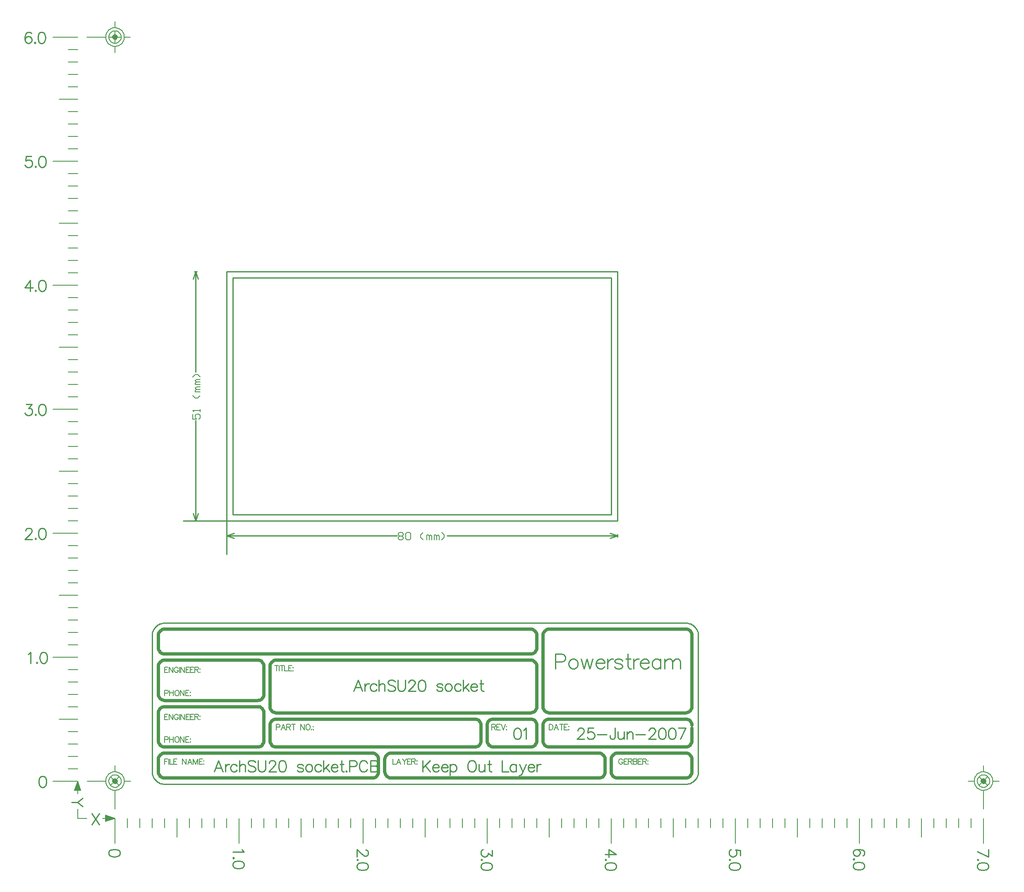
<source format=gko>
%FSLAX23Y23*%
%MOIN*%
G70*
G01*
G75*
%ADD10C,0.040*%
%ADD11C,0.010*%
%ADD12C,0.030*%
%ADD13C,0.060*%
%ADD14C,0.009*%
%ADD15C,0.025*%
%ADD16C,0.008*%
%ADD17C,0.005*%
%ADD18C,0.006*%
%ADD19C,0.062*%
%ADD20C,0.215*%
%ADD21C,0.098*%
%ADD22C,0.110*%
%ADD23C,0.110*%
%ADD24C,0.008*%
%ADD25C,0.020*%
%ADD26C,0.016*%
%ADD27C,0.015*%
%ADD28C,0.070*%
%ADD29C,0.223*%
%ADD30C,0.106*%
%ADD31C,0.118*%
%ADD32C,0.118*%
D11*
X8118Y7622D02*
Y9530D01*
X11168Y7622D02*
Y9530D01*
X8118D02*
X11168D01*
X8118Y7622D02*
X11168D01*
X11868Y6647D02*
X11868Y6657D01*
X11867Y6666D01*
X11864Y6676D01*
X11861Y6685D01*
X11857Y6694D01*
X11852Y6702D01*
X11846Y6710D01*
X11839Y6718D01*
X11832Y6724D01*
X11824Y6730D01*
X11816Y6735D01*
X11807Y6739D01*
X11798Y6742D01*
X11788Y6745D01*
X11778Y6746D01*
X11768Y6747D01*
Y5447D02*
X11778Y5447D01*
X11788Y5449D01*
X11798Y5451D01*
X11807Y5454D01*
X11816Y5459D01*
X11824Y5464D01*
X11832Y5470D01*
X11839Y5476D01*
X11846Y5483D01*
X11852Y5491D01*
X11857Y5500D01*
X11861Y5509D01*
X11864Y5518D01*
X11867Y5527D01*
X11868Y5537D01*
X11868Y5547D01*
X7468Y5548D02*
X7469Y5538D01*
X7470Y5528D01*
X7473Y5519D01*
X7476Y5510D01*
X7480Y5501D01*
X7485Y5492D01*
X7491Y5484D01*
X7497Y5477D01*
X7505Y5470D01*
X7512Y5464D01*
X7521Y5459D01*
X7530Y5455D01*
X7539Y5452D01*
X7548Y5449D01*
X7558Y5447D01*
X7568Y5447D01*
X7568Y6747D02*
X7559Y6746D01*
X7549Y6745D01*
X7539Y6742D01*
X7530Y6739D01*
X7521Y6735D01*
X7513Y6730D01*
X7505Y6724D01*
X7498Y6718D01*
X7491Y6710D01*
X7485Y6702D01*
X7480Y6694D01*
X7476Y6685D01*
X7473Y6676D01*
X7470Y6666D01*
X7469Y6657D01*
X7468Y6647D01*
Y5547D02*
Y6647D01*
X11868Y5547D02*
Y6647D01*
X7568Y6747D02*
X11768D01*
X7568Y5447D02*
X11768D01*
X8068Y7572D02*
Y9580D01*
X11218Y7572D02*
Y9580D01*
X8068D02*
X11218D01*
X8068Y7572D02*
X11218D01*
Y7442D02*
Y7462D01*
X8068Y7442D02*
Y7462D01*
X11158Y7432D02*
X11218Y7452D01*
X11158Y7472D02*
X11218Y7452D01*
X8068D02*
X8128Y7432D01*
X8068Y7452D02*
X8128Y7472D01*
X9844Y7452D02*
X11218D01*
X8068D02*
X9442D01*
X8068Y7302D02*
Y7572D01*
X7808Y9580D02*
X7828D01*
X7808Y7572D02*
X7828D01*
X7818Y9580D02*
X7838Y9520D01*
X7798D02*
X7818Y9580D01*
Y7572D02*
X7838Y7632D01*
X7798D02*
X7818Y7572D01*
Y8772D02*
Y9580D01*
Y7572D02*
Y8380D01*
X7718Y7572D02*
X8068D01*
D14*
X9162Y6197D02*
X9128Y6287D01*
X9093Y6197D01*
X9106Y6227D02*
X9149D01*
X9183Y6257D02*
Y6197D01*
Y6231D02*
X9187Y6244D01*
X9196Y6253D01*
X9204Y6257D01*
X9217D01*
X9277Y6244D02*
X9268Y6253D01*
X9260Y6257D01*
X9247D01*
X9238Y6253D01*
X9230Y6244D01*
X9225Y6231D01*
Y6223D01*
X9230Y6210D01*
X9238Y6201D01*
X9247Y6197D01*
X9260D01*
X9268Y6201D01*
X9277Y6210D01*
X9296Y6287D02*
Y6197D01*
Y6240D02*
X9309Y6253D01*
X9318Y6257D01*
X9330D01*
X9339Y6253D01*
X9343Y6240D01*
Y6197D01*
X9427Y6274D02*
X9418Y6282D01*
X9405Y6287D01*
X9388D01*
X9375Y6282D01*
X9367Y6274D01*
Y6265D01*
X9371Y6257D01*
X9375Y6253D01*
X9384Y6248D01*
X9410Y6240D01*
X9418Y6235D01*
X9423Y6231D01*
X9427Y6223D01*
Y6210D01*
X9418Y6201D01*
X9405Y6197D01*
X9388D01*
X9375Y6201D01*
X9367Y6210D01*
X9447Y6287D02*
Y6223D01*
X9451Y6210D01*
X9460Y6201D01*
X9473Y6197D01*
X9481D01*
X9494Y6201D01*
X9503Y6210D01*
X9507Y6223D01*
Y6287D01*
X9536Y6265D02*
Y6270D01*
X9540Y6278D01*
X9545Y6282D01*
X9553Y6287D01*
X9570D01*
X9579Y6282D01*
X9583Y6278D01*
X9588Y6270D01*
Y6261D01*
X9583Y6253D01*
X9575Y6240D01*
X9532Y6197D01*
X9592D01*
X9638Y6287D02*
X9625Y6282D01*
X9616Y6270D01*
X9612Y6248D01*
Y6235D01*
X9616Y6214D01*
X9625Y6201D01*
X9638Y6197D01*
X9646D01*
X9659Y6201D01*
X9668Y6214D01*
X9672Y6235D01*
Y6248D01*
X9668Y6270D01*
X9659Y6282D01*
X9646Y6287D01*
X9638D01*
X9810Y6244D02*
X9806Y6253D01*
X9793Y6257D01*
X9780D01*
X9767Y6253D01*
X9763Y6244D01*
X9767Y6235D01*
X9776Y6231D01*
X9797Y6227D01*
X9806Y6223D01*
X9810Y6214D01*
Y6210D01*
X9806Y6201D01*
X9793Y6197D01*
X9780D01*
X9767Y6201D01*
X9763Y6210D01*
X9850Y6257D02*
X9842Y6253D01*
X9833Y6244D01*
X9829Y6231D01*
Y6223D01*
X9833Y6210D01*
X9842Y6201D01*
X9850Y6197D01*
X9863D01*
X9872Y6201D01*
X9880Y6210D01*
X9884Y6223D01*
Y6231D01*
X9880Y6244D01*
X9872Y6253D01*
X9863Y6257D01*
X9850D01*
X9956Y6244D02*
X9947Y6253D01*
X9938Y6257D01*
X9926D01*
X9917Y6253D01*
X9908Y6244D01*
X9904Y6231D01*
Y6223D01*
X9908Y6210D01*
X9917Y6201D01*
X9926Y6197D01*
X9938D01*
X9947Y6201D01*
X9956Y6210D01*
X9975Y6287D02*
Y6197D01*
X10018Y6257D02*
X9975Y6214D01*
X9992Y6231D02*
X10022Y6197D01*
X10036Y6231D02*
X10088D01*
Y6240D01*
X10083Y6248D01*
X10079Y6253D01*
X10070Y6257D01*
X10058D01*
X10049Y6253D01*
X10040Y6244D01*
X10036Y6231D01*
Y6223D01*
X10040Y6210D01*
X10049Y6201D01*
X10058Y6197D01*
X10070D01*
X10079Y6201D01*
X10088Y6210D01*
X10120Y6287D02*
Y6214D01*
X10124Y6201D01*
X10133Y6197D01*
X10141D01*
X10107Y6257D02*
X10137D01*
X8037Y5547D02*
X8003Y5637D01*
X7968Y5547D01*
X7981Y5577D02*
X8024D01*
X8058Y5607D02*
Y5547D01*
Y5581D02*
X8062Y5594D01*
X8071Y5603D01*
X8079Y5607D01*
X8092D01*
X8152Y5594D02*
X8143Y5603D01*
X8135Y5607D01*
X8122D01*
X8113Y5603D01*
X8105Y5594D01*
X8100Y5581D01*
Y5573D01*
X8105Y5560D01*
X8113Y5551D01*
X8122Y5547D01*
X8135D01*
X8143Y5551D01*
X8152Y5560D01*
X8171Y5637D02*
Y5547D01*
Y5590D02*
X8184Y5603D01*
X8193Y5607D01*
X8205D01*
X8214Y5603D01*
X8218Y5590D01*
Y5547D01*
X8302Y5624D02*
X8293Y5633D01*
X8280Y5637D01*
X8263D01*
X8250Y5633D01*
X8242Y5624D01*
Y5615D01*
X8246Y5607D01*
X8250Y5603D01*
X8259Y5598D01*
X8285Y5590D01*
X8293Y5585D01*
X8298Y5581D01*
X8302Y5573D01*
Y5560D01*
X8293Y5551D01*
X8280Y5547D01*
X8263D01*
X8250Y5551D01*
X8242Y5560D01*
X8322Y5637D02*
Y5573D01*
X8326Y5560D01*
X8335Y5551D01*
X8348Y5547D01*
X8356D01*
X8369Y5551D01*
X8378Y5560D01*
X8382Y5573D01*
Y5637D01*
X8411Y5615D02*
Y5620D01*
X8415Y5628D01*
X8420Y5633D01*
X8428Y5637D01*
X8445D01*
X8454Y5633D01*
X8458Y5628D01*
X8463Y5620D01*
Y5611D01*
X8458Y5603D01*
X8450Y5590D01*
X8407Y5547D01*
X8467D01*
X8513Y5637D02*
X8500Y5633D01*
X8491Y5620D01*
X8487Y5598D01*
Y5585D01*
X8491Y5564D01*
X8500Y5551D01*
X8513Y5547D01*
X8521D01*
X8534Y5551D01*
X8543Y5564D01*
X8547Y5585D01*
Y5598D01*
X8543Y5620D01*
X8534Y5633D01*
X8521Y5637D01*
X8513D01*
X8685Y5594D02*
X8681Y5603D01*
X8668Y5607D01*
X8655D01*
X8642Y5603D01*
X8638Y5594D01*
X8642Y5585D01*
X8651Y5581D01*
X8672Y5577D01*
X8681Y5573D01*
X8685Y5564D01*
Y5560D01*
X8681Y5551D01*
X8668Y5547D01*
X8655D01*
X8642Y5551D01*
X8638Y5560D01*
X8725Y5607D02*
X8717Y5603D01*
X8708Y5594D01*
X8704Y5581D01*
Y5573D01*
X8708Y5560D01*
X8717Y5551D01*
X8725Y5547D01*
X8738D01*
X8747Y5551D01*
X8755Y5560D01*
X8759Y5573D01*
Y5581D01*
X8755Y5594D01*
X8747Y5603D01*
X8738Y5607D01*
X8725D01*
X8831Y5594D02*
X8822Y5603D01*
X8813Y5607D01*
X8801D01*
X8792Y5603D01*
X8783Y5594D01*
X8779Y5581D01*
Y5573D01*
X8783Y5560D01*
X8792Y5551D01*
X8801Y5547D01*
X8813D01*
X8822Y5551D01*
X8831Y5560D01*
X8850Y5637D02*
Y5547D01*
X8893Y5607D02*
X8850Y5564D01*
X8867Y5581D02*
X8897Y5547D01*
X8911Y5581D02*
X8963D01*
Y5590D01*
X8958Y5598D01*
X8954Y5603D01*
X8945Y5607D01*
X8933D01*
X8924Y5603D01*
X8915Y5594D01*
X8911Y5581D01*
Y5573D01*
X8915Y5560D01*
X8924Y5551D01*
X8933Y5547D01*
X8945D01*
X8954Y5551D01*
X8963Y5560D01*
X8995Y5637D02*
Y5564D01*
X8999Y5551D01*
X9008Y5547D01*
X9016D01*
X8982Y5607D02*
X9012D01*
X9033Y5555D02*
X9029Y5551D01*
X9033Y5547D01*
X9038Y5551D01*
X9033Y5555D01*
X9057Y5590D02*
X9096D01*
X9109Y5594D01*
X9113Y5598D01*
X9117Y5607D01*
Y5620D01*
X9113Y5628D01*
X9109Y5633D01*
X9096Y5637D01*
X9057D01*
Y5547D01*
X9202Y5615D02*
X9197Y5624D01*
X9189Y5633D01*
X9180Y5637D01*
X9163D01*
X9155Y5633D01*
X9146Y5624D01*
X9142Y5615D01*
X9137Y5603D01*
Y5581D01*
X9142Y5568D01*
X9146Y5560D01*
X9155Y5551D01*
X9163Y5547D01*
X9180D01*
X9189Y5551D01*
X9197Y5560D01*
X9202Y5568D01*
X9227Y5637D02*
Y5547D01*
Y5637D02*
X9266D01*
X9278Y5633D01*
X9283Y5628D01*
X9287Y5620D01*
Y5611D01*
X9283Y5603D01*
X9278Y5598D01*
X9266Y5594D01*
X9227D02*
X9266D01*
X9278Y5590D01*
X9283Y5585D01*
X9287Y5577D01*
Y5564D01*
X9283Y5555D01*
X9278Y5551D01*
X9266Y5547D01*
X9227D01*
X9648Y5637D02*
Y5547D01*
X9708Y5637D02*
X9648Y5577D01*
X9670Y5598D02*
X9708Y5547D01*
X9729Y5581D02*
X9780D01*
Y5590D01*
X9776Y5598D01*
X9771Y5603D01*
X9763Y5607D01*
X9750D01*
X9741Y5603D01*
X9733Y5594D01*
X9729Y5581D01*
Y5573D01*
X9733Y5560D01*
X9741Y5551D01*
X9750Y5547D01*
X9763D01*
X9771Y5551D01*
X9780Y5560D01*
X9799Y5581D02*
X9851D01*
Y5590D01*
X9846Y5598D01*
X9842Y5603D01*
X9834Y5607D01*
X9821D01*
X9812Y5603D01*
X9804Y5594D01*
X9799Y5581D01*
Y5573D01*
X9804Y5560D01*
X9812Y5551D01*
X9821Y5547D01*
X9834D01*
X9842Y5551D01*
X9851Y5560D01*
X9870Y5607D02*
Y5517D01*
Y5594D02*
X9879Y5603D01*
X9887Y5607D01*
X9900D01*
X9909Y5603D01*
X9917Y5594D01*
X9921Y5581D01*
Y5573D01*
X9917Y5560D01*
X9909Y5551D01*
X9900Y5547D01*
X9887D01*
X9879Y5551D01*
X9870Y5560D01*
X10037Y5637D02*
X10029Y5633D01*
X10020Y5624D01*
X10016Y5615D01*
X10011Y5603D01*
Y5581D01*
X10016Y5568D01*
X10020Y5560D01*
X10029Y5551D01*
X10037Y5547D01*
X10054D01*
X10063Y5551D01*
X10071Y5560D01*
X10076Y5568D01*
X10080Y5581D01*
Y5603D01*
X10076Y5615D01*
X10071Y5624D01*
X10063Y5633D01*
X10054Y5637D01*
X10037D01*
X10101Y5607D02*
Y5564D01*
X10105Y5551D01*
X10114Y5547D01*
X10127D01*
X10135Y5551D01*
X10148Y5564D01*
Y5607D02*
Y5547D01*
X10185Y5637D02*
Y5564D01*
X10189Y5551D01*
X10197Y5547D01*
X10206D01*
X10172Y5607D02*
X10202D01*
X10290Y5637D02*
Y5547D01*
X10341D01*
X10402Y5607D02*
Y5547D01*
Y5594D02*
X10394Y5603D01*
X10385Y5607D01*
X10372D01*
X10364Y5603D01*
X10355Y5594D01*
X10351Y5581D01*
Y5573D01*
X10355Y5560D01*
X10364Y5551D01*
X10372Y5547D01*
X10385D01*
X10394Y5551D01*
X10402Y5560D01*
X10430Y5607D02*
X10456Y5547D01*
X10482Y5607D02*
X10456Y5547D01*
X10448Y5530D01*
X10439Y5521D01*
X10430Y5517D01*
X10426D01*
X10497Y5581D02*
X10548D01*
Y5590D01*
X10544Y5598D01*
X10540Y5603D01*
X10531Y5607D01*
X10518D01*
X10510Y5603D01*
X10501Y5594D01*
X10497Y5581D01*
Y5573D01*
X10501Y5560D01*
X10510Y5551D01*
X10518Y5547D01*
X10531D01*
X10540Y5551D01*
X10548Y5560D01*
X10568Y5607D02*
Y5547D01*
Y5581D02*
X10572Y5594D01*
X10580Y5603D01*
X10589Y5607D01*
X10602D01*
X10407Y5899D02*
X10394Y5895D01*
X10385Y5882D01*
X10381Y5861D01*
Y5848D01*
X10385Y5826D01*
X10394Y5814D01*
X10407Y5809D01*
X10415D01*
X10428Y5814D01*
X10437Y5826D01*
X10441Y5848D01*
Y5861D01*
X10437Y5882D01*
X10428Y5895D01*
X10415Y5899D01*
X10407D01*
X10461Y5882D02*
X10470Y5886D01*
X10483Y5899D01*
Y5809D01*
X10718Y6434D02*
X10770D01*
X10787Y6440D01*
X10793Y6445D01*
X10798Y6457D01*
Y6474D01*
X10793Y6485D01*
X10787Y6491D01*
X10770Y6497D01*
X10718D01*
Y6377D01*
X10854Y6457D02*
X10842Y6451D01*
X10831Y6440D01*
X10825Y6423D01*
Y6411D01*
X10831Y6394D01*
X10842Y6383D01*
X10854Y6377D01*
X10871D01*
X10882Y6383D01*
X10894Y6394D01*
X10900Y6411D01*
Y6423D01*
X10894Y6440D01*
X10882Y6451D01*
X10871Y6457D01*
X10854D01*
X10926D02*
X10949Y6377D01*
X10972Y6457D02*
X10949Y6377D01*
X10972Y6457D02*
X10994Y6377D01*
X11017Y6457D02*
X10994Y6377D01*
X11045Y6423D02*
X11114D01*
Y6434D01*
X11108Y6445D01*
X11102Y6451D01*
X11091Y6457D01*
X11074D01*
X11062Y6451D01*
X11051Y6440D01*
X11045Y6423D01*
Y6411D01*
X11051Y6394D01*
X11062Y6383D01*
X11074Y6377D01*
X11091D01*
X11102Y6383D01*
X11114Y6394D01*
X11140Y6457D02*
Y6377D01*
Y6423D02*
X11145Y6440D01*
X11157Y6451D01*
X11168Y6457D01*
X11185D01*
X11259Y6440D02*
X11253Y6451D01*
X11236Y6457D01*
X11219D01*
X11202Y6451D01*
X11196Y6440D01*
X11202Y6428D01*
X11213Y6423D01*
X11242Y6417D01*
X11253Y6411D01*
X11259Y6400D01*
Y6394D01*
X11253Y6383D01*
X11236Y6377D01*
X11219D01*
X11202Y6383D01*
X11196Y6394D01*
X11301Y6497D02*
Y6400D01*
X11307Y6383D01*
X11318Y6377D01*
X11330D01*
X11284Y6457D02*
X11324D01*
X11347D02*
Y6377D01*
Y6423D02*
X11353Y6440D01*
X11364Y6451D01*
X11375Y6457D01*
X11393D01*
X11403Y6423D02*
X11472D01*
Y6434D01*
X11466Y6445D01*
X11461Y6451D01*
X11449Y6457D01*
X11432D01*
X11421Y6451D01*
X11409Y6440D01*
X11403Y6423D01*
Y6411D01*
X11409Y6394D01*
X11421Y6383D01*
X11432Y6377D01*
X11449D01*
X11461Y6383D01*
X11472Y6394D01*
X11566Y6457D02*
Y6377D01*
Y6440D02*
X11555Y6451D01*
X11543Y6457D01*
X11526D01*
X11515Y6451D01*
X11503Y6440D01*
X11498Y6423D01*
Y6411D01*
X11503Y6394D01*
X11515Y6383D01*
X11526Y6377D01*
X11543D01*
X11555Y6383D01*
X11566Y6394D01*
X11598Y6457D02*
Y6377D01*
Y6434D02*
X11615Y6451D01*
X11627Y6457D01*
X11644D01*
X11655Y6451D01*
X11661Y6434D01*
Y6377D01*
Y6434D02*
X11678Y6451D01*
X11690Y6457D01*
X11707D01*
X11718Y6451D01*
X11724Y6434D01*
Y6377D01*
X10898Y5878D02*
Y5882D01*
X10902Y5891D01*
X10906Y5895D01*
X10915Y5899D01*
X10932D01*
X10941Y5895D01*
X10945Y5891D01*
X10949Y5882D01*
Y5874D01*
X10945Y5865D01*
X10936Y5852D01*
X10893Y5809D01*
X10953D01*
X11025Y5899D02*
X10982D01*
X10978Y5861D01*
X10982Y5865D01*
X10995Y5869D01*
X11008D01*
X11021Y5865D01*
X11029Y5856D01*
X11034Y5844D01*
Y5835D01*
X11029Y5822D01*
X11021Y5814D01*
X11008Y5809D01*
X10995D01*
X10982Y5814D01*
X10978Y5818D01*
X10974Y5826D01*
X11054Y5848D02*
X11131D01*
X11200Y5899D02*
Y5831D01*
X11196Y5818D01*
X11192Y5814D01*
X11183Y5809D01*
X11175D01*
X11166Y5814D01*
X11162Y5818D01*
X11157Y5831D01*
Y5839D01*
X11223Y5869D02*
Y5826D01*
X11228Y5814D01*
X11236Y5809D01*
X11249D01*
X11258Y5814D01*
X11271Y5826D01*
Y5869D02*
Y5809D01*
X11294Y5869D02*
Y5809D01*
Y5852D02*
X11307Y5865D01*
X11316Y5869D01*
X11328D01*
X11337Y5865D01*
X11341Y5852D01*
Y5809D01*
X11365Y5848D02*
X11442D01*
X11473Y5878D02*
Y5882D01*
X11477Y5891D01*
X11481Y5895D01*
X11490Y5899D01*
X11507D01*
X11516Y5895D01*
X11520Y5891D01*
X11524Y5882D01*
Y5874D01*
X11520Y5865D01*
X11511Y5852D01*
X11469Y5809D01*
X11529D01*
X11574Y5899D02*
X11561Y5895D01*
X11553Y5882D01*
X11549Y5861D01*
Y5848D01*
X11553Y5826D01*
X11561Y5814D01*
X11574Y5809D01*
X11583D01*
X11596Y5814D01*
X11604Y5826D01*
X11609Y5848D01*
Y5861D01*
X11604Y5882D01*
X11596Y5895D01*
X11583Y5899D01*
X11574D01*
X11654D02*
X11642Y5895D01*
X11633Y5882D01*
X11629Y5861D01*
Y5848D01*
X11633Y5826D01*
X11642Y5814D01*
X11654Y5809D01*
X11663D01*
X11676Y5814D01*
X11684Y5826D01*
X11689Y5848D01*
Y5861D01*
X11684Y5882D01*
X11676Y5895D01*
X11663Y5899D01*
X11654D01*
X11769D02*
X11726Y5809D01*
X11709Y5899D02*
X11769D01*
X6908Y5334D02*
X6866Y5300D01*
X6818D01*
X6908Y5266D02*
X6866Y5300D01*
X6981Y5212D02*
X7041Y5122D01*
Y5212D02*
X6981Y5122D01*
X13196Y4870D02*
X13204Y4875D01*
X13208Y4888D01*
Y4896D01*
X13204Y4909D01*
X13191Y4918D01*
X13170Y4922D01*
X13148D01*
X13131Y4918D01*
X13123Y4909D01*
X13118Y4896D01*
Y4892D01*
X13123Y4879D01*
X13131Y4870D01*
X13144Y4866D01*
X13148D01*
X13161Y4870D01*
X13170Y4879D01*
X13174Y4892D01*
Y4896D01*
X13170Y4909D01*
X13161Y4918D01*
X13148Y4922D01*
X13127Y4842D02*
X13123Y4846D01*
X13118Y4842D01*
X13123Y4838D01*
X13127Y4842D01*
X13208Y4792D02*
X13204Y4805D01*
X13191Y4814D01*
X13170Y4818D01*
X13157D01*
X13136Y4814D01*
X13123Y4805D01*
X13118Y4792D01*
Y4784D01*
X13123Y4771D01*
X13136Y4762D01*
X13157Y4758D01*
X13170D01*
X13191Y4762D01*
X13204Y4771D01*
X13208Y4784D01*
Y4792D01*
X11208Y4879D02*
X11148Y4922D01*
Y4858D01*
X11208Y4879D02*
X11118D01*
X11127Y4837D02*
X11123Y4842D01*
X11118Y4837D01*
X11123Y4833D01*
X11127Y4837D01*
X11208Y4788D02*
X11204Y4801D01*
X11191Y4809D01*
X11170Y4813D01*
X11157D01*
X11136Y4809D01*
X11123Y4801D01*
X11118Y4788D01*
Y4779D01*
X11123Y4766D01*
X11136Y4758D01*
X11157Y4753D01*
X11170D01*
X11191Y4758D01*
X11204Y4766D01*
X11208Y4779D01*
Y4788D01*
X9187Y4918D02*
X9191D01*
X9200Y4913D01*
X9204Y4909D01*
X9208Y4900D01*
Y4883D01*
X9204Y4875D01*
X9200Y4870D01*
X9191Y4866D01*
X9183D01*
X9174Y4870D01*
X9161Y4879D01*
X9118Y4922D01*
Y4862D01*
X9127Y4837D02*
X9123Y4842D01*
X9118Y4837D01*
X9123Y4833D01*
X9127Y4837D01*
X9208Y4788D02*
X9204Y4801D01*
X9191Y4809D01*
X9170Y4813D01*
X9157D01*
X9136Y4809D01*
X9123Y4801D01*
X9118Y4788D01*
Y4779D01*
X9123Y4766D01*
X9136Y4758D01*
X9157Y4753D01*
X9170D01*
X9191Y4758D01*
X9204Y4766D01*
X9208Y4779D01*
Y4788D01*
X7208Y4896D02*
X7204Y4909D01*
X7191Y4918D01*
X7170Y4922D01*
X7157D01*
X7136Y4918D01*
X7123Y4909D01*
X7118Y4896D01*
Y4888D01*
X7123Y4875D01*
X7136Y4866D01*
X7157Y4862D01*
X7170D01*
X7191Y4866D01*
X7204Y4875D01*
X7208Y4888D01*
Y4896D01*
X8191Y4922D02*
X8196Y4913D01*
X8208Y4900D01*
X8118D01*
X8127Y4852D02*
X8123Y4856D01*
X8118Y4852D01*
X8123Y4847D01*
X8127Y4852D01*
X8208Y4802D02*
X8204Y4815D01*
X8191Y4823D01*
X8170Y4828D01*
X8157D01*
X8136Y4823D01*
X8123Y4815D01*
X8118Y4802D01*
Y4793D01*
X8123Y4780D01*
X8136Y4772D01*
X8157Y4768D01*
X8170D01*
X8191Y4772D01*
X8204Y4780D01*
X8208Y4793D01*
Y4802D01*
X10208Y4913D02*
Y4866D01*
X10174Y4892D01*
Y4879D01*
X10170Y4870D01*
X10166Y4866D01*
X10153Y4862D01*
X10144D01*
X10131Y4866D01*
X10123Y4875D01*
X10118Y4888D01*
Y4900D01*
X10123Y4913D01*
X10127Y4918D01*
X10136Y4922D01*
X10127Y4837D02*
X10123Y4842D01*
X10118Y4837D01*
X10123Y4833D01*
X10127Y4837D01*
X10208Y4788D02*
X10204Y4801D01*
X10191Y4809D01*
X10170Y4813D01*
X10157D01*
X10136Y4809D01*
X10123Y4801D01*
X10118Y4788D01*
Y4779D01*
X10123Y4766D01*
X10136Y4758D01*
X10157Y4753D01*
X10170D01*
X10191Y4758D01*
X10204Y4766D01*
X10208Y4779D01*
Y4788D01*
X12208Y4870D02*
Y4913D01*
X12170Y4918D01*
X12174Y4913D01*
X12178Y4900D01*
Y4888D01*
X12174Y4875D01*
X12166Y4866D01*
X12153Y4862D01*
X12144D01*
X12131Y4866D01*
X12123Y4875D01*
X12118Y4888D01*
Y4900D01*
X12123Y4913D01*
X12127Y4918D01*
X12136Y4922D01*
X12127Y4837D02*
X12123Y4842D01*
X12118Y4837D01*
X12123Y4833D01*
X12127Y4837D01*
X12208Y4788D02*
X12204Y4801D01*
X12191Y4809D01*
X12170Y4813D01*
X12157D01*
X12136Y4809D01*
X12123Y4801D01*
X12118Y4788D01*
Y4779D01*
X12123Y4766D01*
X12136Y4758D01*
X12157Y4753D01*
X12170D01*
X12191Y4758D01*
X12204Y4766D01*
X12208Y4779D01*
Y4788D01*
X14208Y4862D02*
X14118Y4905D01*
X14208Y4922D02*
Y4862D01*
X14127Y4837D02*
X14123Y4842D01*
X14118Y4837D01*
X14123Y4833D01*
X14127Y4837D01*
X14208Y4788D02*
X14204Y4801D01*
X14191Y4809D01*
X14170Y4813D01*
X14157D01*
X14136Y4809D01*
X14123Y4801D01*
X14118Y4788D01*
Y4779D01*
X14123Y4766D01*
X14136Y4758D01*
X14157Y4753D01*
X14170D01*
X14191Y4758D01*
X14204Y4766D01*
X14208Y4779D01*
Y4788D01*
X6495Y10512D02*
X6452D01*
X6448Y10473D01*
X6452Y10478D01*
X6465Y10482D01*
X6478D01*
X6491Y10478D01*
X6499Y10469D01*
X6503Y10456D01*
Y10448D01*
X6499Y10435D01*
X6491Y10426D01*
X6478Y10422D01*
X6465D01*
X6452Y10426D01*
X6448Y10430D01*
X6443Y10439D01*
X6528Y10430D02*
X6524Y10426D01*
X6528Y10422D01*
X6532Y10426D01*
X6528Y10430D01*
X6578Y10512D02*
X6565Y10507D01*
X6556Y10495D01*
X6552Y10473D01*
Y10460D01*
X6556Y10439D01*
X6565Y10426D01*
X6578Y10422D01*
X6586D01*
X6599Y10426D01*
X6608Y10439D01*
X6612Y10460D01*
Y10473D01*
X6608Y10495D01*
X6599Y10507D01*
X6586Y10512D01*
X6578D01*
X6452Y8512D02*
X6499D01*
X6473Y8478D01*
X6486D01*
X6495Y8473D01*
X6499Y8469D01*
X6503Y8456D01*
Y8448D01*
X6499Y8435D01*
X6491Y8426D01*
X6478Y8422D01*
X6465D01*
X6452Y8426D01*
X6448Y8430D01*
X6443Y8439D01*
X6528Y8430D02*
X6524Y8426D01*
X6528Y8422D01*
X6532Y8426D01*
X6528Y8430D01*
X6578Y8512D02*
X6565Y8507D01*
X6556Y8495D01*
X6552Y8473D01*
Y8460D01*
X6556Y8439D01*
X6565Y8426D01*
X6578Y8422D01*
X6586D01*
X6599Y8426D01*
X6608Y8439D01*
X6612Y8460D01*
Y8473D01*
X6608Y8495D01*
X6599Y8507D01*
X6586Y8512D01*
X6578D01*
X6468Y6495D02*
X6477Y6499D01*
X6490Y6512D01*
Y6422D01*
X6539Y6430D02*
X6534Y6426D01*
X6539Y6422D01*
X6543Y6426D01*
X6539Y6430D01*
X6588Y6512D02*
X6576Y6508D01*
X6567Y6495D01*
X6563Y6473D01*
Y6460D01*
X6567Y6439D01*
X6576Y6426D01*
X6588Y6422D01*
X6597D01*
X6610Y6426D01*
X6618Y6439D01*
X6623Y6460D01*
Y6473D01*
X6618Y6495D01*
X6610Y6508D01*
X6597Y6512D01*
X6588D01*
X6582Y5512D02*
X6569Y5508D01*
X6560Y5495D01*
X6556Y5473D01*
Y5460D01*
X6560Y5439D01*
X6569Y5426D01*
X6582Y5422D01*
X6590D01*
X6603Y5426D01*
X6612Y5439D01*
X6616Y5460D01*
Y5473D01*
X6612Y5495D01*
X6603Y5508D01*
X6590Y5512D01*
X6582D01*
X6448Y7490D02*
Y7495D01*
X6452Y7503D01*
X6456Y7508D01*
X6465Y7512D01*
X6482D01*
X6491Y7508D01*
X6495Y7503D01*
X6499Y7495D01*
Y7486D01*
X6495Y7478D01*
X6486Y7465D01*
X6443Y7422D01*
X6503D01*
X6528Y7430D02*
X6524Y7426D01*
X6528Y7422D01*
X6532Y7426D01*
X6528Y7430D01*
X6578Y7512D02*
X6565Y7508D01*
X6556Y7495D01*
X6552Y7473D01*
Y7460D01*
X6556Y7439D01*
X6565Y7426D01*
X6578Y7422D01*
X6586D01*
X6599Y7426D01*
X6608Y7439D01*
X6612Y7460D01*
Y7473D01*
X6608Y7495D01*
X6599Y7508D01*
X6586Y7512D01*
X6578D01*
X6486Y9512D02*
X6443Y9452D01*
X6508D01*
X6486Y9512D02*
Y9422D01*
X6528Y9430D02*
X6524Y9426D01*
X6528Y9422D01*
X6532Y9426D01*
X6528Y9430D01*
X6578Y9512D02*
X6565Y9507D01*
X6556Y9495D01*
X6552Y9473D01*
Y9460D01*
X6556Y9439D01*
X6565Y9426D01*
X6578Y9422D01*
X6586D01*
X6599Y9426D01*
X6608Y9439D01*
X6612Y9460D01*
Y9473D01*
X6608Y9495D01*
X6599Y9507D01*
X6586Y9512D01*
X6578D01*
X6495Y11499D02*
X6491Y11507D01*
X6478Y11512D01*
X6469D01*
X6456Y11507D01*
X6448Y11495D01*
X6443Y11473D01*
Y11452D01*
X6448Y11435D01*
X6456Y11426D01*
X6469Y11422D01*
X6473D01*
X6486Y11426D01*
X6495Y11435D01*
X6499Y11448D01*
Y11452D01*
X6495Y11465D01*
X6486Y11473D01*
X6473Y11478D01*
X6469D01*
X6456Y11473D01*
X6448Y11465D01*
X6443Y11452D01*
X6523Y11430D02*
X6519Y11426D01*
X6523Y11422D01*
X6527Y11426D01*
X6523Y11430D01*
X6573Y11512D02*
X6560Y11507D01*
X6551Y11495D01*
X6547Y11473D01*
Y11460D01*
X6551Y11439D01*
X6560Y11426D01*
X6573Y11422D01*
X6581D01*
X6594Y11426D01*
X6603Y11439D01*
X6607Y11460D01*
Y11473D01*
X6603Y11495D01*
X6594Y11507D01*
X6581Y11512D01*
X6573D01*
D15*
X9293Y5647D02*
X9293Y5657D01*
X9290Y5666D01*
X9285Y5675D01*
X9279Y5682D01*
X9271Y5688D01*
X9263Y5693D01*
X9253Y5696D01*
X9243Y5697D01*
X9245Y5497D02*
X9254Y5498D01*
X9264Y5500D01*
X9272Y5505D01*
X9280Y5511D01*
X9286Y5519D01*
X9290Y5527D01*
X9293Y5537D01*
X9293Y5546D01*
X9393Y5697D02*
X9384Y5696D01*
X9374Y5693D01*
X9366Y5688D01*
X9358Y5682D01*
X9352Y5675D01*
X9347Y5666D01*
X9344Y5657D01*
X9343Y5647D01*
Y5547D02*
X9344Y5537D01*
X9347Y5528D01*
X9352Y5519D01*
X9358Y5512D01*
X9365Y5506D01*
X9374Y5501D01*
X9383Y5498D01*
X9393Y5497D01*
X11118Y5647D02*
X11118Y5657D01*
X11115Y5666D01*
X11110Y5675D01*
X11104Y5682D01*
X11096Y5688D01*
X11088Y5693D01*
X11078Y5696D01*
X11068Y5697D01*
X11070Y5497D02*
X11079Y5498D01*
X11089Y5500D01*
X11097Y5505D01*
X11105Y5511D01*
X11111Y5519D01*
X11115Y5527D01*
X11118Y5537D01*
X11118Y5546D01*
X11168Y5546D02*
X11169Y5536D01*
X11172Y5527D01*
X11177Y5518D01*
X11183Y5511D01*
X11191Y5505D01*
X11199Y5500D01*
X11209Y5498D01*
X11218Y5497D01*
X11218Y5697D02*
X11209Y5696D01*
X11199Y5693D01*
X11191Y5688D01*
X11183Y5682D01*
X11177Y5675D01*
X11172Y5666D01*
X11169Y5657D01*
X11168Y5647D01*
X8368Y6398D02*
X8368Y6407D01*
X8365Y6417D01*
X8360Y6425D01*
X8354Y6432D01*
X8347Y6439D01*
X8338Y6443D01*
X8329Y6446D01*
X8319Y6447D01*
X8320Y6122D02*
X8330Y6123D01*
X8339Y6125D01*
X8347Y6130D01*
X8354Y6136D01*
X8360Y6143D01*
X8365Y6151D01*
X8368Y6160D01*
X8368Y6170D01*
Y6023D02*
X8368Y6033D01*
X8365Y6042D01*
X8360Y6051D01*
X8354Y6058D01*
X8346Y6064D01*
X8337Y6069D01*
X8328Y6071D01*
X8318Y6072D01*
X8418Y6071D02*
X8419Y6061D01*
X8422Y6052D01*
X8427Y6044D01*
X8433Y6036D01*
X8440Y6030D01*
X8449Y6026D01*
X8458Y6023D01*
X8467Y6022D01*
X8418Y5796D02*
X8419Y5786D01*
X8422Y5777D01*
X8427Y5769D01*
X8433Y5761D01*
X8440Y5755D01*
X8449Y5751D01*
X8458Y5748D01*
X8467Y5747D01*
X8319D02*
X8329Y5748D01*
X8338Y5751D01*
X8347Y5755D01*
X8354Y5761D01*
X8360Y5769D01*
X8365Y5777D01*
X8368Y5786D01*
X8368Y5796D01*
X10118Y5923D02*
X10118Y5932D01*
X10115Y5942D01*
X10110Y5950D01*
X10104Y5957D01*
X10097Y5964D01*
X10088Y5968D01*
X10079Y5971D01*
X10069Y5972D01*
Y5747D02*
X10079Y5748D01*
X10088Y5751D01*
X10097Y5755D01*
X10104Y5761D01*
X10111Y5769D01*
X10115Y5778D01*
X10118Y5787D01*
X10118Y5797D01*
X10168Y5798D02*
X10169Y5788D01*
X10172Y5778D01*
X10177Y5770D01*
X10183Y5762D01*
X10191Y5756D01*
X10199Y5751D01*
X10209Y5748D01*
X10219Y5747D01*
X10216Y5972D02*
X10207Y5971D01*
X10198Y5968D01*
X10189Y5963D01*
X10182Y5957D01*
X10176Y5949D01*
X10171Y5940D01*
X10169Y5931D01*
X10169Y5921D01*
X8468Y5972D02*
X8459Y5971D01*
X8449Y5968D01*
X8441Y5963D01*
X8433Y5957D01*
X8427Y5950D01*
X8422Y5941D01*
X8419Y5932D01*
X8418Y5922D01*
X8468Y6447D02*
X8459Y6446D01*
X8449Y6443D01*
X8441Y6438D01*
X8433Y6432D01*
X8427Y6425D01*
X8422Y6416D01*
X8419Y6407D01*
X8418Y6397D01*
X7518Y5797D02*
X7519Y5787D01*
X7522Y5778D01*
X7527Y5769D01*
X7533Y5762D01*
X7540Y5756D01*
X7549Y5751D01*
X7558Y5748D01*
X7568Y5747D01*
X7568Y6072D02*
X7559Y6071D01*
X7549Y6068D01*
X7541Y6063D01*
X7533Y6057D01*
X7527Y6050D01*
X7522Y6041D01*
X7519Y6032D01*
X7518Y6022D01*
Y6172D02*
X7519Y6162D01*
X7522Y6153D01*
X7527Y6144D01*
X7533Y6136D01*
X7541Y6130D01*
X7549Y6126D01*
X7559Y6123D01*
X7568Y6122D01*
Y6447D02*
X7559Y6446D01*
X7549Y6443D01*
X7541Y6438D01*
X7533Y6432D01*
X7527Y6425D01*
X7522Y6416D01*
X7519Y6407D01*
X7518Y6397D01*
Y6547D02*
X7519Y6537D01*
X7522Y6528D01*
X7527Y6519D01*
X7533Y6511D01*
X7541Y6505D01*
X7549Y6501D01*
X7559Y6498D01*
X7568Y6497D01*
Y6697D02*
X7559Y6696D01*
X7549Y6693D01*
X7541Y6688D01*
X7533Y6682D01*
X7527Y6675D01*
X7522Y6666D01*
X7519Y6657D01*
X7518Y6647D01*
X10568D02*
X10568Y6657D01*
X10565Y6666D01*
X10560Y6675D01*
X10554Y6682D01*
X10546Y6688D01*
X10538Y6693D01*
X10528Y6696D01*
X10518Y6697D01*
X10668D02*
X10659Y6696D01*
X10649Y6693D01*
X10641Y6688D01*
X10633Y6682D01*
X10627Y6675D01*
X10622Y6666D01*
X10619Y6657D01*
X10618Y6647D01*
X10518Y6497D02*
X10528Y6498D01*
X10538Y6501D01*
X10546Y6505D01*
X10554Y6511D01*
X10560Y6519D01*
X10565Y6528D01*
X10568Y6537D01*
X10568Y6547D01*
Y6397D02*
X10568Y6407D01*
X10565Y6416D01*
X10560Y6425D01*
X10554Y6432D01*
X10546Y6438D01*
X10538Y6443D01*
X10528Y6446D01*
X10518Y6447D01*
X7568Y5697D02*
X7559Y5696D01*
X7549Y5693D01*
X7541Y5688D01*
X7533Y5682D01*
X7527Y5675D01*
X7522Y5666D01*
X7519Y5657D01*
X7518Y5647D01*
X10519Y6022D02*
X10529Y6023D01*
X10538Y6026D01*
X10547Y6031D01*
X10554Y6037D01*
X10560Y6044D01*
X10565Y6053D01*
X10568Y6062D01*
X10569Y6072D01*
X7518Y5547D02*
X7519Y5537D01*
X7522Y5528D01*
X7527Y5519D01*
X7533Y5512D01*
X7540Y5506D01*
X7549Y5501D01*
X7558Y5498D01*
X7568Y5497D01*
X10568Y5923D02*
X10568Y5932D01*
X10565Y5942D01*
X10560Y5950D01*
X10554Y5957D01*
X10547Y5964D01*
X10538Y5968D01*
X10529Y5971D01*
X10519Y5972D01*
X10618Y5796D02*
X10619Y5786D01*
X10622Y5777D01*
X10627Y5768D01*
X10633Y5761D01*
X10641Y5755D01*
X10649Y5750D01*
X10659Y5748D01*
X10668Y5747D01*
X10518Y5747D02*
X10528Y5748D01*
X10538Y5751D01*
X10546Y5755D01*
X10554Y5761D01*
X10560Y5769D01*
X10565Y5778D01*
X10568Y5787D01*
X10568Y5797D01*
X11768Y5497D02*
X11778Y5498D01*
X11788Y5501D01*
X11796Y5505D01*
X11804Y5511D01*
X11810Y5519D01*
X11815Y5528D01*
X11818Y5537D01*
X11818Y5547D01*
X11818Y5648D02*
X11817Y5657D01*
X11814Y5667D01*
X11810Y5675D01*
X11804Y5682D01*
X11796Y5689D01*
X11787Y5693D01*
X11778Y5696D01*
X11768Y5697D01*
Y5747D02*
X11778Y5748D01*
X11788Y5751D01*
X11796Y5755D01*
X11804Y5761D01*
X11810Y5769D01*
X11815Y5778D01*
X11818Y5787D01*
X11818Y5797D01*
Y6648D02*
X11818Y6658D01*
X11815Y6667D01*
X11810Y6676D01*
X11804Y6683D01*
X11796Y6689D01*
X11787Y6694D01*
X11778Y6696D01*
X11768Y6697D01*
X10618Y6072D02*
X10619Y6062D01*
X10622Y6053D01*
X10627Y6044D01*
X10633Y6036D01*
X10641Y6030D01*
X10649Y6026D01*
X10659Y6023D01*
X10668Y6022D01*
X11768D02*
X11778Y6023D01*
X11788Y6026D01*
X11796Y6030D01*
X11804Y6036D01*
X11810Y6044D01*
X11815Y6053D01*
X11818Y6062D01*
X11818Y6072D01*
X10668Y5972D02*
X10659Y5971D01*
X10649Y5968D01*
X10641Y5963D01*
X10633Y5957D01*
X10627Y5950D01*
X10622Y5941D01*
X10619Y5932D01*
X10618Y5922D01*
X11818Y5923D02*
X11818Y5932D01*
X11815Y5942D01*
X11810Y5950D01*
X11804Y5957D01*
X11797Y5964D01*
X11788Y5968D01*
X11779Y5971D01*
X11769Y5972D01*
X10618Y5797D02*
Y5922D01*
X11818Y6072D02*
Y6647D01*
X10618Y6072D02*
Y6647D01*
X7518Y5547D02*
Y5647D01*
X11818Y5797D02*
Y5897D01*
Y5547D02*
Y5647D01*
X10568Y5797D02*
Y5922D01*
X10168Y5797D02*
Y5922D01*
X8418Y5797D02*
Y5922D01*
X10118Y5797D02*
Y5922D01*
X8418Y6072D02*
Y6397D01*
X10568Y6072D02*
Y6397D01*
Y6547D02*
Y6647D01*
X7518Y6547D02*
Y6647D01*
X8368Y6172D02*
Y6397D01*
X7518Y6172D02*
Y6397D01*
X8368Y5797D02*
Y6022D01*
X7518Y5797D02*
Y6022D01*
X11168Y5547D02*
Y5647D01*
X11118Y5547D02*
Y5647D01*
X9343Y5547D02*
Y5647D01*
X9293Y5547D02*
Y5647D01*
X10668Y5972D02*
X11768D01*
X10668Y6022D02*
X11768D01*
X8468D02*
X10518D01*
X10668Y6697D02*
X11768D01*
X10668Y5747D02*
X11768D01*
X10218Y5972D02*
X10518D01*
X10218Y5747D02*
X10518D01*
X8468D02*
X10068D01*
X8468Y5972D02*
X10068D01*
X8468Y6447D02*
X10518D01*
X7568Y6497D02*
X10518D01*
X7568Y6447D02*
X8318D01*
X7568Y6122D02*
X8318D01*
X7568Y6072D02*
X8318D01*
X7568Y5747D02*
X8318D01*
X7568Y6697D02*
X10518D01*
X11218Y5697D02*
X11768D01*
X11218Y5497D02*
X11768D01*
X9393Y5697D02*
X11068D01*
X7568D02*
X9243D01*
X7568Y5497D02*
X9243D01*
X9393D02*
X11068D01*
D16*
X7184Y5472D02*
X7180Y5481D01*
X7171Y5487D01*
X7161Y5485D01*
X7154Y5477D01*
Y5467D01*
X7161Y5459D01*
X7171Y5457D01*
X7180Y5462D01*
X7184Y5472D01*
X7179D02*
X7174Y5480D01*
X7164D01*
X7159Y5472D01*
X7164Y5463D01*
X7174D01*
X7179Y5472D01*
X7189D02*
X7186Y5481D01*
X7180Y5488D01*
X7171Y5492D01*
X7161Y5490D01*
X7154Y5485D01*
X7149Y5477D01*
Y5467D01*
X7154Y5459D01*
X7161Y5453D01*
X7171Y5452D01*
X7180Y5455D01*
X7186Y5462D01*
X7189Y5472D01*
X7174D02*
X7166Y5476D01*
Y5467D01*
X7174Y5472D01*
X7171D02*
X7166D01*
X7171D01*
X7244D02*
X7243Y5482D01*
X7241Y5492D01*
X7238Y5501D01*
X7233Y5510D01*
X7227Y5518D01*
X7221Y5526D01*
X7213Y5532D01*
X7205Y5538D01*
X7195Y5542D01*
X7186Y5545D01*
X7176Y5546D01*
X7166Y5547D01*
X7156Y5546D01*
X7146Y5543D01*
X7137Y5540D01*
X7128Y5535D01*
X7120Y5529D01*
X7113Y5522D01*
X7107Y5514D01*
X7102Y5506D01*
X7098Y5496D01*
X7095Y5487D01*
X7094Y5477D01*
Y5467D01*
X7095Y5457D01*
X7098Y5447D01*
X7102Y5438D01*
X7107Y5429D01*
X7113Y5421D01*
X7120Y5415D01*
X7128Y5409D01*
X7137Y5404D01*
X7146Y5400D01*
X7156Y5398D01*
X7166Y5397D01*
X7176Y5397D01*
X7186Y5399D01*
X7195Y5402D01*
X7205Y5406D01*
X7213Y5411D01*
X7221Y5418D01*
X7227Y5425D01*
X7233Y5434D01*
X7238Y5443D01*
X7241Y5452D01*
X7243Y5462D01*
X7244Y5472D01*
X7219D02*
X7217Y5482D01*
X7214Y5492D01*
X7210Y5500D01*
X7203Y5508D01*
X7195Y5514D01*
X7186Y5519D01*
X7176Y5521D01*
X7166Y5522D01*
X7156Y5520D01*
X7146Y5517D01*
X7138Y5511D01*
X7131Y5504D01*
X7125Y5496D01*
X7121Y5487D01*
X7119Y5477D01*
Y5467D01*
X7121Y5457D01*
X7125Y5448D01*
X7131Y5439D01*
X7138Y5432D01*
X7146Y5427D01*
X7156Y5423D01*
X7166Y5422D01*
X7176Y5422D01*
X7186Y5425D01*
X7195Y5429D01*
X7203Y5436D01*
X7210Y5443D01*
X7214Y5452D01*
X7217Y5462D01*
X7219Y5472D01*
X7218Y11472D02*
X7217Y11482D01*
X7214Y11492D01*
X7210Y11500D01*
X7203Y11508D01*
X7195Y11514D01*
X7186Y11519D01*
X7176Y11521D01*
X7166Y11522D01*
X7156Y11520D01*
X7146Y11517D01*
X7138Y11511D01*
X7131Y11504D01*
X7125Y11496D01*
X7121Y11487D01*
X7119Y11477D01*
Y11467D01*
X7121Y11457D01*
X7125Y11448D01*
X7131Y11439D01*
X7138Y11432D01*
X7146Y11427D01*
X7156Y11423D01*
X7166Y11422D01*
X7176Y11422D01*
X7186Y11425D01*
X7195Y11429D01*
X7203Y11436D01*
X7210Y11443D01*
X7214Y11452D01*
X7217Y11462D01*
X7218Y11472D01*
X7188D02*
X7186Y11481D01*
X7180Y11488D01*
X7171Y11492D01*
X7161Y11491D01*
X7154Y11485D01*
X7149Y11477D01*
Y11467D01*
X7154Y11459D01*
X7161Y11453D01*
X7171Y11452D01*
X7180Y11455D01*
X7186Y11463D01*
X7188Y11472D01*
X7183D02*
X7180Y11481D01*
X7171Y11487D01*
X7161Y11485D01*
X7154Y11477D01*
Y11467D01*
X7161Y11459D01*
X7171Y11457D01*
X7180Y11462D01*
X7183Y11472D01*
X7178D02*
X7173Y11480D01*
X7163D01*
X7158Y11472D01*
X7163Y11463D01*
X7173D01*
X7178Y11472D01*
X7173D02*
X7166Y11476D01*
Y11467D01*
X7173Y11472D01*
X7171D02*
X7166D01*
X7171D01*
X7243D02*
X7243Y11482D01*
X7241Y11492D01*
X7238Y11501D01*
X7233Y11510D01*
X7227Y11518D01*
X7221Y11526D01*
X7213Y11532D01*
X7205Y11538D01*
X7195Y11542D01*
X7186Y11545D01*
X7176Y11546D01*
X7166Y11547D01*
X7156Y11546D01*
X7146Y11543D01*
X7137Y11540D01*
X7128Y11535D01*
X7120Y11529D01*
X7113Y11522D01*
X7107Y11514D01*
X7102Y11506D01*
X7098Y11496D01*
X7095Y11487D01*
X7094Y11477D01*
Y11467D01*
X7095Y11457D01*
X7098Y11447D01*
X7102Y11438D01*
X7107Y11429D01*
X7113Y11421D01*
X7120Y11415D01*
X7128Y11409D01*
X7137Y11404D01*
X7146Y11400D01*
X7156Y11398D01*
X7166Y11397D01*
X7176Y11397D01*
X7186Y11399D01*
X7195Y11402D01*
X7205Y11406D01*
X7213Y11411D01*
X7221Y11418D01*
X7227Y11425D01*
X7233Y11434D01*
X7238Y11443D01*
X7241Y11452D01*
X7243Y11462D01*
X7243Y11472D01*
X14179Y5472D02*
X14174Y5480D01*
X14164D01*
X14159Y5472D01*
X14164Y5463D01*
X14174D01*
X14179Y5472D01*
X14184D02*
X14180Y5481D01*
X14171Y5487D01*
X14161Y5485D01*
X14154Y5477D01*
Y5467D01*
X14161Y5459D01*
X14171Y5457D01*
X14180Y5462D01*
X14184Y5472D01*
X14189D02*
X14186Y5481D01*
X14180Y5488D01*
X14171Y5492D01*
X14161Y5490D01*
X14154Y5485D01*
X14149Y5477D01*
Y5467D01*
X14154Y5459D01*
X14161Y5453D01*
X14171Y5452D01*
X14180Y5455D01*
X14186Y5462D01*
X14189Y5472D01*
X14174D02*
X14166Y5476D01*
Y5467D01*
X14174Y5472D01*
X14171D02*
X14166D01*
X14171D01*
X14244D02*
X14243Y5482D01*
X14241Y5492D01*
X14238Y5501D01*
X14233Y5510D01*
X14227Y5518D01*
X14221Y5526D01*
X14213Y5532D01*
X14205Y5538D01*
X14195Y5542D01*
X14186Y5545D01*
X14176Y5546D01*
X14166Y5547D01*
X14156Y5546D01*
X14146Y5543D01*
X14137Y5540D01*
X14128Y5535D01*
X14120Y5529D01*
X14113Y5522D01*
X14107Y5514D01*
X14102Y5506D01*
X14098Y5496D01*
X14095Y5487D01*
X14094Y5477D01*
Y5467D01*
X14095Y5457D01*
X14098Y5447D01*
X14102Y5438D01*
X14107Y5429D01*
X14113Y5421D01*
X14120Y5415D01*
X14128Y5409D01*
X14137Y5404D01*
X14146Y5400D01*
X14156Y5398D01*
X14166Y5397D01*
X14176Y5397D01*
X14186Y5399D01*
X14195Y5402D01*
X14205Y5406D01*
X14213Y5411D01*
X14221Y5418D01*
X14227Y5425D01*
X14233Y5434D01*
X14238Y5443D01*
X14241Y5452D01*
X14243Y5462D01*
X14244Y5472D01*
X14219D02*
X14217Y5482D01*
X14214Y5492D01*
X14210Y5500D01*
X14203Y5508D01*
X14195Y5514D01*
X14186Y5519D01*
X14176Y5521D01*
X14166Y5522D01*
X14156Y5520D01*
X14146Y5517D01*
X14138Y5511D01*
X14131Y5504D01*
X14125Y5496D01*
X14121Y5487D01*
X14119Y5477D01*
Y5467D01*
X14121Y5457D01*
X14125Y5448D01*
X14131Y5439D01*
X14138Y5432D01*
X14146Y5427D01*
X14156Y5423D01*
X14166Y5422D01*
X14176Y5422D01*
X14186Y5425D01*
X14195Y5429D01*
X14203Y5436D01*
X14210Y5443D01*
X14214Y5452D01*
X14217Y5462D01*
X14219Y5472D01*
X7108Y5167D02*
X7121Y5172D01*
X7108Y5176D02*
X7121Y5172D01*
X7098Y5152D02*
X7156Y5172D01*
X7098Y5191D02*
X7156Y5172D01*
X7105Y5162D02*
X7133Y5172D01*
X7105Y5181D02*
X7133Y5172D01*
X6868Y5425D02*
X6873Y5412D01*
X6864D02*
X6868Y5425D01*
Y5459D02*
X6888Y5401D01*
X6849D02*
X6868Y5459D01*
Y5436D02*
X6878Y5408D01*
X6859D02*
X6868Y5436D01*
Y5448D02*
X6883Y5405D01*
X6854D02*
X6868Y5448D01*
X6843Y5397D02*
X6868Y5472D01*
X6893Y5397D01*
X7101Y5157D02*
X7144Y5172D01*
X7101Y5186D02*
X7144Y5172D01*
X7093Y5197D02*
X7168Y5172D01*
X7093Y5147D02*
X7168Y5172D01*
X14133Y5507D02*
X14168Y5472D01*
X14203Y5437D01*
X7133Y5507D02*
X7168Y5472D01*
X7203Y5437D01*
X14168Y5472D02*
X14203Y5507D01*
X14133Y5437D02*
X14168Y5472D01*
X7133Y5437D02*
X7168Y5472D01*
X7203Y5507D01*
X14169Y5247D02*
Y5397D01*
Y5547D02*
Y5597D01*
X7168Y11347D02*
Y11397D01*
Y11547D02*
Y11597D01*
Y11472D02*
Y11522D01*
Y11422D02*
Y11472D01*
X14168Y4972D02*
Y5172D01*
X14068Y5097D02*
Y5172D01*
X13968Y5097D02*
Y5172D01*
X13868Y5097D02*
Y5172D01*
X13768Y5097D02*
Y5172D01*
X13668Y5022D02*
Y5172D01*
X13568Y5097D02*
Y5172D01*
X13468Y5097D02*
Y5172D01*
X13368Y5097D02*
Y5172D01*
X13268Y5097D02*
Y5172D01*
X13168Y4972D02*
Y5172D01*
X13068Y5097D02*
Y5172D01*
X12968Y5097D02*
Y5172D01*
X12868Y5097D02*
Y5172D01*
X12768Y5097D02*
Y5172D01*
X12668Y5022D02*
Y5172D01*
X12568Y5097D02*
Y5172D01*
X12468Y5097D02*
Y5172D01*
X12368Y5097D02*
Y5172D01*
X12268Y5097D02*
Y5172D01*
X12168Y4972D02*
Y5172D01*
X12068Y5097D02*
Y5172D01*
X11968Y5097D02*
Y5172D01*
X11868Y5097D02*
Y5172D01*
X11768Y5097D02*
Y5172D01*
X11668Y5022D02*
Y5172D01*
X11568Y5097D02*
Y5172D01*
X11468Y5097D02*
Y5172D01*
X11368Y5097D02*
Y5172D01*
X11268Y5097D02*
Y5172D01*
X11168Y4972D02*
Y5172D01*
X11068Y5097D02*
Y5172D01*
X10968Y5097D02*
Y5172D01*
X10868Y5097D02*
Y5172D01*
X10768Y5097D02*
Y5172D01*
X10668Y5022D02*
Y5172D01*
X10568Y5097D02*
Y5172D01*
X10468Y5097D02*
Y5172D01*
X10368Y5097D02*
Y5172D01*
X10268Y5097D02*
Y5172D01*
X10168Y4972D02*
Y5172D01*
X10068Y5097D02*
Y5172D01*
X9968Y5097D02*
Y5172D01*
X9868Y5097D02*
Y5172D01*
X9768Y5097D02*
Y5172D01*
X9668Y5022D02*
Y5172D01*
X9568Y5097D02*
Y5172D01*
X9468Y5097D02*
Y5172D01*
X9368Y5097D02*
Y5172D01*
X9268Y5097D02*
Y5172D01*
X9168Y4972D02*
Y5172D01*
X9068Y5097D02*
Y5172D01*
X8968Y5097D02*
Y5172D01*
X8868Y5097D02*
Y5172D01*
X8768Y5097D02*
Y5172D01*
X8668Y5022D02*
Y5172D01*
X8568Y5097D02*
Y5172D01*
X8468Y5097D02*
Y5172D01*
X8368Y5097D02*
Y5172D01*
X8268Y5097D02*
Y5172D01*
X8168Y4972D02*
Y5172D01*
X8068Y5097D02*
Y5172D01*
X7968Y5097D02*
Y5172D01*
X7868Y5097D02*
Y5172D01*
X7768Y5097D02*
Y5172D01*
X7668Y5022D02*
Y5172D01*
X7568Y5097D02*
Y5172D01*
X7468Y5097D02*
Y5172D01*
X7368Y5097D02*
Y5172D01*
X7268Y5097D02*
Y5172D01*
X7168Y4972D02*
Y5172D01*
X7108Y5167D02*
Y5176D01*
X7098Y5152D02*
Y5191D01*
X7105Y5162D02*
Y5181D01*
X6868Y5372D02*
Y5397D01*
X7101Y5157D02*
Y5186D01*
X7093Y5147D02*
Y5197D01*
X6868Y5172D02*
Y5247D01*
X7169Y5547D02*
Y5597D01*
Y5247D02*
Y5397D01*
X14244Y5472D02*
X14294D01*
X14044D02*
X14094D01*
X7243Y11472D02*
X7293D01*
X6943D02*
X7093D01*
X7118D02*
X7168D01*
X7218D01*
X6668D02*
X6868D01*
X6793Y11372D02*
X6868D01*
X6793Y11272D02*
X6868D01*
X6793Y11172D02*
X6868D01*
X6793Y11072D02*
X6868D01*
X6718Y10972D02*
X6868D01*
X6793Y10872D02*
X6868D01*
X6793Y10772D02*
X6868D01*
X6793Y10672D02*
X6868D01*
X6793Y10572D02*
X6868D01*
X6668Y10472D02*
X6868D01*
X6793Y10372D02*
X6868D01*
X6793Y10272D02*
X6868D01*
X6793Y10172D02*
X6868D01*
X6793Y10072D02*
X6868D01*
X6718Y9972D02*
X6868D01*
X6793Y9872D02*
X6868D01*
X6793Y9772D02*
X6868D01*
X6793Y9672D02*
X6868D01*
X6793Y9572D02*
X6868D01*
X6668Y9472D02*
X6868D01*
X6793Y9372D02*
X6868D01*
X6793Y9272D02*
X6868D01*
X6793Y9172D02*
X6868D01*
X6793Y9072D02*
X6868D01*
X6718Y8972D02*
X6868D01*
X6793Y8872D02*
X6868D01*
X6793Y8772D02*
X6868D01*
X6793Y8672D02*
X6868D01*
X6793Y8572D02*
X6868D01*
X6668Y8472D02*
X6868D01*
X6793Y8372D02*
X6868D01*
X6793Y8272D02*
X6868D01*
X6793Y8172D02*
X6868D01*
X6793Y8072D02*
X6868D01*
X6718Y7972D02*
X6868D01*
X6793Y7872D02*
X6868D01*
X6793Y7772D02*
X6868D01*
X6793Y7672D02*
X6868D01*
X6793Y7572D02*
X6868D01*
X6668Y7472D02*
X6868D01*
X6793Y7372D02*
X6868D01*
X6793Y7272D02*
X6868D01*
X6793Y7172D02*
X6868D01*
X6793Y7072D02*
X6868D01*
X6718Y6972D02*
X6868D01*
X6793Y6872D02*
X6868D01*
X6793Y6772D02*
X6868D01*
X6793Y6672D02*
X6868D01*
X6793Y6572D02*
X6868D01*
X6668Y6472D02*
X6868D01*
X6793Y6372D02*
X6868D01*
X6793Y6272D02*
X6868D01*
X6793Y6172D02*
X6868D01*
X6793Y6072D02*
X6868D01*
X6718Y5972D02*
X6868D01*
X6793Y5872D02*
X6868D01*
X6793Y5772D02*
X6868D01*
X6793Y5672D02*
X6868D01*
X6793Y5572D02*
X6868D01*
X6668Y5472D02*
X6868D01*
X7068Y5172D02*
X7093D01*
X6864Y5412D02*
X6873D01*
X6849Y5401D02*
X6888D01*
X6859Y5408D02*
X6878D01*
X6854Y5405D02*
X6883D01*
X6843Y5397D02*
X6893D01*
X6868Y5172D02*
X6943D01*
X6944Y5472D02*
X7094D01*
X7244D02*
X7294D01*
D17*
X11261Y5641D02*
X11258Y5645D01*
X11254Y5650D01*
X11250Y5652D01*
X11241D01*
X11237Y5650D01*
X11233Y5645D01*
X11231Y5641D01*
X11228Y5635D01*
Y5624D01*
X11231Y5618D01*
X11233Y5613D01*
X11237Y5609D01*
X11241Y5607D01*
X11250D01*
X11254Y5609D01*
X11258Y5613D01*
X11261Y5618D01*
Y5624D01*
X11250D02*
X11261D01*
X11299Y5652D02*
X11271D01*
Y5607D01*
X11299D01*
X11271Y5630D02*
X11288D01*
X11306Y5652D02*
Y5607D01*
Y5652D02*
X11326D01*
X11332Y5650D01*
X11334Y5648D01*
X11336Y5643D01*
Y5639D01*
X11334Y5635D01*
X11332Y5633D01*
X11326Y5630D01*
X11306D01*
X11321D02*
X11336Y5607D01*
X11346Y5652D02*
Y5607D01*
Y5652D02*
X11366D01*
X11372Y5650D01*
X11374Y5648D01*
X11376Y5643D01*
Y5639D01*
X11374Y5635D01*
X11372Y5633D01*
X11366Y5630D01*
X11346D02*
X11366D01*
X11372Y5628D01*
X11374Y5626D01*
X11376Y5622D01*
Y5615D01*
X11374Y5611D01*
X11372Y5609D01*
X11366Y5607D01*
X11346D01*
X11414Y5652D02*
X11386D01*
Y5607D01*
X11414D01*
X11386Y5630D02*
X11404D01*
X11422Y5652D02*
Y5607D01*
Y5652D02*
X11441D01*
X11447Y5650D01*
X11450Y5648D01*
X11452Y5643D01*
Y5639D01*
X11450Y5635D01*
X11447Y5633D01*
X11441Y5630D01*
X11422D01*
X11437D02*
X11452Y5607D01*
X11464Y5637D02*
X11462Y5635D01*
X11464Y5633D01*
X11466Y5635D01*
X11464Y5637D01*
Y5611D02*
X11462Y5609D01*
X11464Y5607D01*
X11466Y5609D01*
X11464Y5611D01*
X7568Y5652D02*
Y5607D01*
Y5652D02*
X7596D01*
X7568Y5630D02*
X7586D01*
X7601Y5652D02*
Y5607D01*
X7611Y5652D02*
Y5607D01*
X7637D01*
X7669Y5652D02*
X7642D01*
Y5607D01*
X7669D01*
X7642Y5630D02*
X7659D01*
X7712Y5652D02*
Y5607D01*
Y5652D02*
X7742Y5607D01*
Y5652D02*
Y5607D01*
X7789D02*
X7772Y5652D01*
X7755Y5607D01*
X7761Y5622D02*
X7783D01*
X7799Y5652D02*
Y5607D01*
Y5652D02*
X7817Y5607D01*
X7834Y5652D02*
X7817Y5607D01*
X7834Y5652D02*
Y5607D01*
X7874Y5652D02*
X7847D01*
Y5607D01*
X7874D01*
X7847Y5630D02*
X7864D01*
X7884Y5637D02*
X7882Y5635D01*
X7884Y5633D01*
X7886Y5635D01*
X7884Y5637D01*
Y5611D02*
X7882Y5609D01*
X7884Y5607D01*
X7886Y5609D01*
X7884Y5611D01*
X7596Y6012D02*
X7568D01*
Y5967D01*
X7596D01*
X7568Y5990D02*
X7586D01*
X7604Y6012D02*
Y5967D01*
Y6012D02*
X7634Y5967D01*
Y6012D02*
Y5967D01*
X7678Y6001D02*
X7676Y6005D01*
X7672Y6010D01*
X7668Y6012D01*
X7659D01*
X7655Y6010D01*
X7651Y6005D01*
X7648Y6001D01*
X7646Y5995D01*
Y5984D01*
X7648Y5978D01*
X7651Y5973D01*
X7655Y5969D01*
X7659Y5967D01*
X7668D01*
X7672Y5969D01*
X7676Y5973D01*
X7678Y5978D01*
Y5984D01*
X7668D02*
X7678D01*
X7689Y6012D02*
Y5967D01*
X7698Y6012D02*
Y5967D01*
Y6012D02*
X7728Y5967D01*
Y6012D02*
Y5967D01*
X7768Y6012D02*
X7741D01*
Y5967D01*
X7768D01*
X7741Y5990D02*
X7758D01*
X7804Y6012D02*
X7776D01*
Y5967D01*
X7804D01*
X7776Y5990D02*
X7793D01*
X7811Y6012D02*
Y5967D01*
Y6012D02*
X7831D01*
X7837Y6010D01*
X7839Y6008D01*
X7841Y6003D01*
Y5999D01*
X7839Y5995D01*
X7837Y5993D01*
X7831Y5990D01*
X7811D01*
X7826D02*
X7841Y5967D01*
X7853Y5997D02*
X7851Y5995D01*
X7853Y5993D01*
X7856Y5995D01*
X7853Y5997D01*
Y5971D02*
X7851Y5969D01*
X7853Y5967D01*
X7856Y5969D01*
X7853Y5971D01*
X8471Y6404D02*
Y6359D01*
X8456Y6404D02*
X8486D01*
X8491D02*
Y6359D01*
X8516Y6404D02*
Y6359D01*
X8501Y6404D02*
X8531D01*
X8536D02*
Y6359D01*
X8562D01*
X8595Y6404D02*
X8567D01*
Y6359D01*
X8595D01*
X8567Y6383D02*
X8584D01*
X8604Y6389D02*
X8602Y6387D01*
X8604Y6385D01*
X8606Y6387D01*
X8604Y6389D01*
Y6364D02*
X8602Y6361D01*
X8604Y6359D01*
X8606Y6361D01*
X8604Y6364D01*
X8468Y5906D02*
X8488D01*
X8494Y5908D01*
X8496Y5910D01*
X8498Y5914D01*
Y5921D01*
X8496Y5925D01*
X8494Y5927D01*
X8488Y5929D01*
X8468D01*
Y5884D01*
X8543D02*
X8526Y5929D01*
X8509Y5884D01*
X8515Y5899D02*
X8536D01*
X8553Y5929D02*
Y5884D01*
Y5929D02*
X8573D01*
X8579Y5927D01*
X8581Y5925D01*
X8583Y5921D01*
Y5916D01*
X8581Y5912D01*
X8579Y5910D01*
X8573Y5908D01*
X8553D01*
X8568D02*
X8583Y5884D01*
X8608Y5929D02*
Y5884D01*
X8593Y5929D02*
X8623D01*
X8664D02*
Y5884D01*
Y5929D02*
X8694Y5884D01*
Y5929D02*
Y5884D01*
X8719Y5929D02*
X8715Y5927D01*
X8711Y5923D01*
X8709Y5919D01*
X8707Y5912D01*
Y5901D01*
X8709Y5895D01*
X8711Y5891D01*
X8715Y5886D01*
X8719Y5884D01*
X8728D01*
X8732Y5886D01*
X8737Y5891D01*
X8739Y5895D01*
X8741Y5901D01*
Y5912D01*
X8739Y5919D01*
X8737Y5923D01*
X8732Y5927D01*
X8728Y5929D01*
X8719D01*
X8753Y5889D02*
X8751Y5886D01*
X8753Y5884D01*
X8756Y5886D01*
X8753Y5889D01*
X8768Y5914D02*
X8765Y5912D01*
X8768Y5910D01*
X8770Y5912D01*
X8768Y5914D01*
Y5889D02*
X8765Y5886D01*
X8768Y5884D01*
X8770Y5886D01*
X8768Y5889D01*
X7596Y6392D02*
X7568D01*
Y6347D01*
X7596D01*
X7568Y6370D02*
X7586D01*
X7604Y6392D02*
Y6347D01*
Y6392D02*
X7634Y6347D01*
Y6392D02*
Y6347D01*
X7678Y6381D02*
X7676Y6385D01*
X7672Y6390D01*
X7668Y6392D01*
X7659D01*
X7655Y6390D01*
X7651Y6385D01*
X7648Y6381D01*
X7646Y6375D01*
Y6364D01*
X7648Y6358D01*
X7651Y6353D01*
X7655Y6349D01*
X7659Y6347D01*
X7668D01*
X7672Y6349D01*
X7676Y6353D01*
X7678Y6358D01*
Y6364D01*
X7668D02*
X7678D01*
X7689Y6392D02*
Y6347D01*
X7698Y6392D02*
Y6347D01*
Y6392D02*
X7728Y6347D01*
Y6392D02*
Y6347D01*
X7768Y6392D02*
X7741D01*
Y6347D01*
X7768D01*
X7741Y6370D02*
X7758D01*
X7804Y6392D02*
X7776D01*
Y6347D01*
X7804D01*
X7776Y6370D02*
X7793D01*
X7811Y6392D02*
Y6347D01*
Y6392D02*
X7831D01*
X7837Y6390D01*
X7839Y6388D01*
X7841Y6383D01*
Y6379D01*
X7839Y6375D01*
X7837Y6373D01*
X7831Y6370D01*
X7811D01*
X7826D02*
X7841Y6347D01*
X7853Y6377D02*
X7851Y6375D01*
X7853Y6373D01*
X7856Y6375D01*
X7853Y6377D01*
Y6351D02*
X7851Y6349D01*
X7853Y6347D01*
X7856Y6349D01*
X7853Y6351D01*
X9408Y5652D02*
Y5607D01*
X9434D01*
X9473D02*
X9456Y5652D01*
X9439Y5607D01*
X9446Y5622D02*
X9467D01*
X9484Y5652D02*
X9501Y5630D01*
Y5607D01*
X9518Y5652D02*
X9501Y5630D01*
X9552Y5652D02*
X9524D01*
Y5607D01*
X9552D01*
X9524Y5630D02*
X9541D01*
X9559Y5652D02*
Y5607D01*
Y5652D02*
X9579D01*
X9585Y5650D01*
X9587Y5648D01*
X9589Y5643D01*
Y5639D01*
X9587Y5635D01*
X9585Y5633D01*
X9579Y5630D01*
X9559D01*
X9574D02*
X9589Y5607D01*
X9602Y5637D02*
X9599Y5635D01*
X9602Y5633D01*
X9604Y5635D01*
X9602Y5637D01*
Y5611D02*
X9599Y5609D01*
X9602Y5607D01*
X9604Y5609D01*
X9602Y5611D01*
X7568Y5806D02*
X7588D01*
X7594Y5808D01*
X7596Y5810D01*
X7598Y5814D01*
Y5821D01*
X7596Y5825D01*
X7594Y5827D01*
X7588Y5829D01*
X7568D01*
Y5784D01*
X7609Y5829D02*
Y5784D01*
X7639Y5829D02*
Y5784D01*
X7609Y5808D02*
X7639D01*
X7664Y5829D02*
X7660Y5827D01*
X7655Y5823D01*
X7653Y5819D01*
X7651Y5812D01*
Y5801D01*
X7653Y5795D01*
X7655Y5791D01*
X7660Y5786D01*
X7664Y5784D01*
X7672D01*
X7677Y5786D01*
X7681Y5791D01*
X7683Y5795D01*
X7685Y5801D01*
Y5812D01*
X7683Y5819D01*
X7681Y5823D01*
X7677Y5827D01*
X7672Y5829D01*
X7664D01*
X7696D02*
Y5784D01*
Y5829D02*
X7726Y5784D01*
Y5829D02*
Y5784D01*
X7766Y5829D02*
X7738D01*
Y5784D01*
X7766D01*
X7738Y5808D02*
X7755D01*
X7776Y5814D02*
X7774Y5812D01*
X7776Y5810D01*
X7778Y5812D01*
X7776Y5814D01*
Y5789D02*
X7774Y5786D01*
X7776Y5784D01*
X7778Y5786D01*
X7776Y5789D01*
X7568Y6181D02*
X7588D01*
X7594Y6183D01*
X7596Y6185D01*
X7598Y6189D01*
Y6196D01*
X7596Y6200D01*
X7594Y6202D01*
X7588Y6204D01*
X7568D01*
Y6159D01*
X7609Y6204D02*
Y6159D01*
X7639Y6204D02*
Y6159D01*
X7609Y6183D02*
X7639D01*
X7664Y6204D02*
X7660Y6202D01*
X7655Y6198D01*
X7653Y6194D01*
X7651Y6187D01*
Y6176D01*
X7653Y6170D01*
X7655Y6166D01*
X7660Y6161D01*
X7664Y6159D01*
X7672D01*
X7677Y6161D01*
X7681Y6166D01*
X7683Y6170D01*
X7685Y6176D01*
Y6187D01*
X7683Y6194D01*
X7681Y6198D01*
X7677Y6202D01*
X7672Y6204D01*
X7664D01*
X7696D02*
Y6159D01*
Y6204D02*
X7726Y6159D01*
Y6204D02*
Y6159D01*
X7766Y6204D02*
X7738D01*
Y6159D01*
X7766D01*
X7738Y6183D02*
X7755D01*
X7776Y6189D02*
X7774Y6187D01*
X7776Y6185D01*
X7778Y6187D01*
X7776Y6189D01*
Y6164D02*
X7774Y6161D01*
X7776Y6159D01*
X7778Y6161D01*
X7776Y6164D01*
X10206Y5929D02*
Y5884D01*
Y5929D02*
X10225D01*
X10232Y5927D01*
X10234Y5925D01*
X10236Y5921D01*
Y5916D01*
X10234Y5912D01*
X10232Y5910D01*
X10225Y5908D01*
X10206D01*
X10221D02*
X10236Y5884D01*
X10274Y5929D02*
X10246D01*
Y5884D01*
X10274D01*
X10246Y5908D02*
X10263D01*
X10281Y5929D02*
X10299Y5884D01*
X10316Y5929D02*
X10299Y5884D01*
X10324Y5914D02*
X10321Y5912D01*
X10324Y5910D01*
X10326Y5912D01*
X10324Y5914D01*
Y5889D02*
X10321Y5886D01*
X10324Y5884D01*
X10326Y5886D01*
X10324Y5889D01*
X10668Y5929D02*
Y5884D01*
Y5929D02*
X10683D01*
X10690Y5927D01*
X10694Y5923D01*
X10696Y5919D01*
X10698Y5912D01*
Y5901D01*
X10696Y5895D01*
X10694Y5891D01*
X10690Y5886D01*
X10683Y5884D01*
X10668D01*
X10743D02*
X10726Y5929D01*
X10709Y5884D01*
X10715Y5899D02*
X10736D01*
X10768Y5929D02*
Y5884D01*
X10753Y5929D02*
X10783D01*
X10817D02*
X10789D01*
Y5884D01*
X10817D01*
X10789Y5908D02*
X10806D01*
X10826Y5914D02*
X10824Y5912D01*
X10826Y5910D01*
X10828Y5912D01*
X10826Y5914D01*
Y5889D02*
X10824Y5886D01*
X10826Y5884D01*
X10828Y5886D01*
X10826Y5889D01*
D18*
X9452Y7466D02*
X9462Y7476D01*
X9482D01*
X9492Y7466D01*
Y7456D01*
X9482Y7446D01*
X9492Y7436D01*
Y7426D01*
X9482Y7416D01*
X9462D01*
X9452Y7426D01*
Y7436D01*
X9462Y7446D01*
X9452Y7456D01*
Y7466D01*
X9462Y7446D02*
X9482D01*
X9512Y7466D02*
X9522Y7476D01*
X9542D01*
X9552Y7466D01*
Y7426D01*
X9542Y7416D01*
X9522D01*
X9512Y7426D01*
Y7466D01*
X9652Y7416D02*
X9632Y7436D01*
Y7456D01*
X9652Y7476D01*
X9682Y7416D02*
Y7456D01*
X9692D01*
X9702Y7446D01*
Y7416D01*
Y7446D01*
X9712Y7456D01*
X9722Y7446D01*
Y7416D01*
X9742D02*
Y7456D01*
X9752D01*
X9762Y7446D01*
Y7416D01*
Y7446D01*
X9772Y7456D01*
X9782Y7446D01*
Y7416D01*
X9802D02*
X9822Y7436D01*
Y7456D01*
X9802Y7476D01*
X7795Y8430D02*
Y8390D01*
X7824D01*
X7814Y8410D01*
Y8420D01*
X7824Y8430D01*
X7844D01*
X7854Y8420D01*
Y8400D01*
X7844Y8390D01*
X7854Y8450D02*
Y8470D01*
Y8460D01*
X7795D01*
X7805Y8450D01*
X7854Y8580D02*
X7834Y8560D01*
X7814D01*
X7795Y8580D01*
X7854Y8610D02*
X7814D01*
Y8620D01*
X7824Y8630D01*
X7854D01*
X7824D01*
X7814Y8640D01*
X7824Y8650D01*
X7854D01*
Y8670D02*
X7814D01*
Y8680D01*
X7824Y8690D01*
X7854D01*
X7824D01*
X7814Y8700D01*
X7824Y8710D01*
X7854D01*
Y8730D02*
X7834Y8750D01*
X7814D01*
X7795Y8730D01*
M02*

</source>
